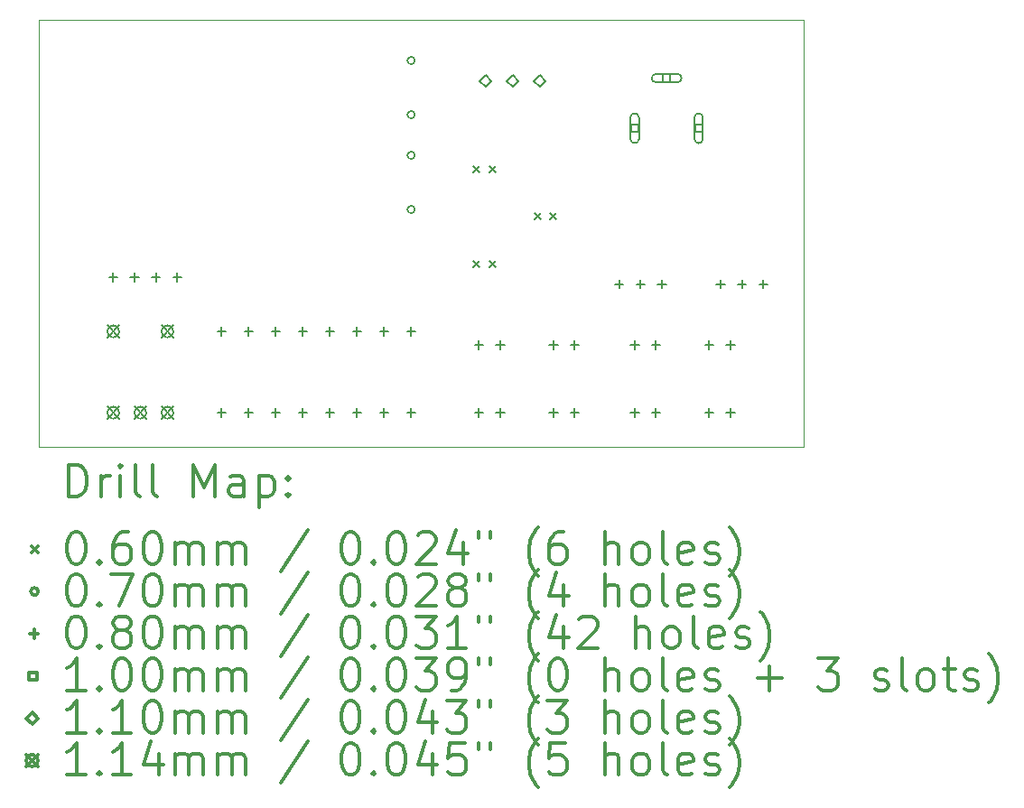
<source format=gbr>
%FSLAX45Y45*%
G04 Gerber Fmt 4.5, Leading zero omitted, Abs format (unit mm)*
G04 Created by KiCad (PCBNEW (5.1.5-0-10_14)) date 2020-05-21 11:54:05*
%MOMM*%
%LPD*%
G04 APERTURE LIST*
%TA.AperFunction,Profile*%
%ADD10C,0.100000*%
%TD*%
%ADD11C,0.200000*%
%ADD12C,0.300000*%
G04 APERTURE END LIST*
D10*
X10350500Y-7175500D02*
X10350500Y-3175000D01*
X3175000Y-3175000D02*
X3175000Y-3238500D01*
X10350500Y-3175000D02*
X3175000Y-3175000D01*
X3175000Y-7175500D02*
X10350500Y-7175500D01*
X3175000Y-3238500D02*
X3175000Y-7175500D01*
D11*
X7249500Y-4542000D02*
X7309500Y-4602000D01*
X7309500Y-4542000D02*
X7249500Y-4602000D01*
X7399500Y-4542000D02*
X7459500Y-4602000D01*
X7459500Y-4542000D02*
X7399500Y-4602000D01*
X7249500Y-5431000D02*
X7309500Y-5491000D01*
X7309500Y-5431000D02*
X7249500Y-5491000D01*
X7399500Y-5431000D02*
X7459500Y-5491000D01*
X7459500Y-5431000D02*
X7399500Y-5491000D01*
X7821000Y-4986500D02*
X7881000Y-5046500D01*
X7881000Y-4986500D02*
X7821000Y-5046500D01*
X7971000Y-4986500D02*
X8031000Y-5046500D01*
X8031000Y-4986500D02*
X7971000Y-5046500D01*
X6702500Y-4445000D02*
G75*
G03X6702500Y-4445000I-35000J0D01*
G01*
X6702500Y-4953000D02*
G75*
G03X6702500Y-4953000I-35000J0D01*
G01*
X6702500Y-3556000D02*
G75*
G03X6702500Y-3556000I-35000J0D01*
G01*
X6702500Y-4064000D02*
G75*
G03X6702500Y-4064000I-35000J0D01*
G01*
X8763000Y-6183000D02*
X8763000Y-6263000D01*
X8723000Y-6223000D02*
X8803000Y-6223000D01*
X8963000Y-6183000D02*
X8963000Y-6263000D01*
X8923000Y-6223000D02*
X9003000Y-6223000D01*
X8001000Y-6818000D02*
X8001000Y-6898000D01*
X7961000Y-6858000D02*
X8041000Y-6858000D01*
X8201000Y-6818000D02*
X8201000Y-6898000D01*
X8161000Y-6858000D02*
X8241000Y-6858000D01*
X9569500Y-5611500D02*
X9569500Y-5691500D01*
X9529500Y-5651500D02*
X9609500Y-5651500D01*
X9769500Y-5611500D02*
X9769500Y-5691500D01*
X9729500Y-5651500D02*
X9809500Y-5651500D01*
X9969500Y-5611500D02*
X9969500Y-5691500D01*
X9929500Y-5651500D02*
X10009500Y-5651500D01*
X9461500Y-6183000D02*
X9461500Y-6263000D01*
X9421500Y-6223000D02*
X9501500Y-6223000D01*
X9661500Y-6183000D02*
X9661500Y-6263000D01*
X9621500Y-6223000D02*
X9701500Y-6223000D01*
X7302500Y-6818000D02*
X7302500Y-6898000D01*
X7262500Y-6858000D02*
X7342500Y-6858000D01*
X7502500Y-6818000D02*
X7502500Y-6898000D01*
X7462500Y-6858000D02*
X7542500Y-6858000D01*
X4889500Y-6056000D02*
X4889500Y-6136000D01*
X4849500Y-6096000D02*
X4929500Y-6096000D01*
X4889500Y-6818000D02*
X4889500Y-6898000D01*
X4849500Y-6858000D02*
X4929500Y-6858000D01*
X5143500Y-6056000D02*
X5143500Y-6136000D01*
X5103500Y-6096000D02*
X5183500Y-6096000D01*
X5143500Y-6818000D02*
X5143500Y-6898000D01*
X5103500Y-6858000D02*
X5183500Y-6858000D01*
X5397500Y-6056000D02*
X5397500Y-6136000D01*
X5357500Y-6096000D02*
X5437500Y-6096000D01*
X5397500Y-6818000D02*
X5397500Y-6898000D01*
X5357500Y-6858000D02*
X5437500Y-6858000D01*
X5651500Y-6056000D02*
X5651500Y-6136000D01*
X5611500Y-6096000D02*
X5691500Y-6096000D01*
X5651500Y-6818000D02*
X5651500Y-6898000D01*
X5611500Y-6858000D02*
X5691500Y-6858000D01*
X5905500Y-6056000D02*
X5905500Y-6136000D01*
X5865500Y-6096000D02*
X5945500Y-6096000D01*
X5905500Y-6818000D02*
X5905500Y-6898000D01*
X5865500Y-6858000D02*
X5945500Y-6858000D01*
X6159500Y-6056000D02*
X6159500Y-6136000D01*
X6119500Y-6096000D02*
X6199500Y-6096000D01*
X6159500Y-6818000D02*
X6159500Y-6898000D01*
X6119500Y-6858000D02*
X6199500Y-6858000D01*
X6413500Y-6056000D02*
X6413500Y-6136000D01*
X6373500Y-6096000D02*
X6453500Y-6096000D01*
X6413500Y-6818000D02*
X6413500Y-6898000D01*
X6373500Y-6858000D02*
X6453500Y-6858000D01*
X6667500Y-6056000D02*
X6667500Y-6136000D01*
X6627500Y-6096000D02*
X6707500Y-6096000D01*
X6667500Y-6818000D02*
X6667500Y-6898000D01*
X6627500Y-6858000D02*
X6707500Y-6858000D01*
X8763000Y-6818000D02*
X8763000Y-6898000D01*
X8723000Y-6858000D02*
X8803000Y-6858000D01*
X8963000Y-6818000D02*
X8963000Y-6898000D01*
X8923000Y-6858000D02*
X9003000Y-6858000D01*
X3873500Y-5548000D02*
X3873500Y-5628000D01*
X3833500Y-5588000D02*
X3913500Y-5588000D01*
X4073500Y-5548000D02*
X4073500Y-5628000D01*
X4033500Y-5588000D02*
X4113500Y-5588000D01*
X4273500Y-5548000D02*
X4273500Y-5628000D01*
X4233500Y-5588000D02*
X4313500Y-5588000D01*
X4473500Y-5548000D02*
X4473500Y-5628000D01*
X4433500Y-5588000D02*
X4513500Y-5588000D01*
X7302500Y-6183000D02*
X7302500Y-6263000D01*
X7262500Y-6223000D02*
X7342500Y-6223000D01*
X7502500Y-6183000D02*
X7502500Y-6263000D01*
X7462500Y-6223000D02*
X7542500Y-6223000D01*
X8617000Y-5611500D02*
X8617000Y-5691500D01*
X8577000Y-5651500D02*
X8657000Y-5651500D01*
X8817000Y-5611500D02*
X8817000Y-5691500D01*
X8777000Y-5651500D02*
X8857000Y-5651500D01*
X9017000Y-5611500D02*
X9017000Y-5691500D01*
X8977000Y-5651500D02*
X9057000Y-5651500D01*
X9461500Y-6818000D02*
X9461500Y-6898000D01*
X9421500Y-6858000D02*
X9501500Y-6858000D01*
X9661500Y-6818000D02*
X9661500Y-6898000D01*
X9621500Y-6858000D02*
X9701500Y-6858000D01*
X8001000Y-6183000D02*
X8001000Y-6263000D01*
X7961000Y-6223000D02*
X8041000Y-6223000D01*
X8201000Y-6183000D02*
X8201000Y-6263000D01*
X8161000Y-6223000D02*
X8241000Y-6223000D01*
X8798356Y-4226356D02*
X8798356Y-4155644D01*
X8727644Y-4155644D01*
X8727644Y-4226356D01*
X8798356Y-4226356D01*
X8803000Y-4291000D02*
X8803000Y-4091000D01*
X8723000Y-4291000D02*
X8723000Y-4091000D01*
X8803000Y-4091000D02*
G75*
G03X8723000Y-4091000I-40000J0D01*
G01*
X8723000Y-4291000D02*
G75*
G03X8803000Y-4291000I40000J0D01*
G01*
X9098356Y-3756356D02*
X9098356Y-3685644D01*
X9027644Y-3685644D01*
X9027644Y-3756356D01*
X9098356Y-3756356D01*
X9163000Y-3681000D02*
X8963000Y-3681000D01*
X9163000Y-3761000D02*
X8963000Y-3761000D01*
X8963000Y-3681000D02*
G75*
G03X8963000Y-3761000I0J-40000D01*
G01*
X9163000Y-3761000D02*
G75*
G03X9163000Y-3681000I0J40000D01*
G01*
X9398356Y-4226356D02*
X9398356Y-4155644D01*
X9327644Y-4155644D01*
X9327644Y-4226356D01*
X9398356Y-4226356D01*
X9403000Y-4291000D02*
X9403000Y-4091000D01*
X9323000Y-4291000D02*
X9323000Y-4091000D01*
X9403000Y-4091000D02*
G75*
G03X9323000Y-4091000I-40000J0D01*
G01*
X9323000Y-4291000D02*
G75*
G03X9403000Y-4291000I40000J0D01*
G01*
X7366000Y-3801500D02*
X7421000Y-3746500D01*
X7366000Y-3691500D01*
X7311000Y-3746500D01*
X7366000Y-3801500D01*
X7620000Y-3801500D02*
X7675000Y-3746500D01*
X7620000Y-3691500D01*
X7565000Y-3746500D01*
X7620000Y-3801500D01*
X7874000Y-3801500D02*
X7929000Y-3746500D01*
X7874000Y-3691500D01*
X7819000Y-3746500D01*
X7874000Y-3801500D01*
X3816350Y-6038850D02*
X3930650Y-6153150D01*
X3930650Y-6038850D02*
X3816350Y-6153150D01*
X3930650Y-6096000D02*
G75*
G03X3930650Y-6096000I-57150J0D01*
G01*
X3816350Y-6800850D02*
X3930650Y-6915150D01*
X3930650Y-6800850D02*
X3816350Y-6915150D01*
X3930650Y-6858000D02*
G75*
G03X3930650Y-6858000I-57150J0D01*
G01*
X4070350Y-6800850D02*
X4184650Y-6915150D01*
X4184650Y-6800850D02*
X4070350Y-6915150D01*
X4184650Y-6858000D02*
G75*
G03X4184650Y-6858000I-57150J0D01*
G01*
X4324350Y-6038850D02*
X4438650Y-6153150D01*
X4438650Y-6038850D02*
X4324350Y-6153150D01*
X4438650Y-6096000D02*
G75*
G03X4438650Y-6096000I-57150J0D01*
G01*
X4324350Y-6800850D02*
X4438650Y-6915150D01*
X4438650Y-6800850D02*
X4324350Y-6915150D01*
X4438650Y-6858000D02*
G75*
G03X4438650Y-6858000I-57150J0D01*
G01*
D12*
X3456428Y-7646214D02*
X3456428Y-7346214D01*
X3527857Y-7346214D01*
X3570714Y-7360500D01*
X3599286Y-7389071D01*
X3613571Y-7417643D01*
X3627857Y-7474786D01*
X3627857Y-7517643D01*
X3613571Y-7574786D01*
X3599286Y-7603357D01*
X3570714Y-7631929D01*
X3527857Y-7646214D01*
X3456428Y-7646214D01*
X3756428Y-7646214D02*
X3756428Y-7446214D01*
X3756428Y-7503357D02*
X3770714Y-7474786D01*
X3785000Y-7460500D01*
X3813571Y-7446214D01*
X3842143Y-7446214D01*
X3942143Y-7646214D02*
X3942143Y-7446214D01*
X3942143Y-7346214D02*
X3927857Y-7360500D01*
X3942143Y-7374786D01*
X3956428Y-7360500D01*
X3942143Y-7346214D01*
X3942143Y-7374786D01*
X4127857Y-7646214D02*
X4099286Y-7631929D01*
X4085000Y-7603357D01*
X4085000Y-7346214D01*
X4285000Y-7646214D02*
X4256428Y-7631929D01*
X4242143Y-7603357D01*
X4242143Y-7346214D01*
X4627857Y-7646214D02*
X4627857Y-7346214D01*
X4727857Y-7560500D01*
X4827857Y-7346214D01*
X4827857Y-7646214D01*
X5099286Y-7646214D02*
X5099286Y-7489071D01*
X5085000Y-7460500D01*
X5056428Y-7446214D01*
X4999286Y-7446214D01*
X4970714Y-7460500D01*
X5099286Y-7631929D02*
X5070714Y-7646214D01*
X4999286Y-7646214D01*
X4970714Y-7631929D01*
X4956428Y-7603357D01*
X4956428Y-7574786D01*
X4970714Y-7546214D01*
X4999286Y-7531929D01*
X5070714Y-7531929D01*
X5099286Y-7517643D01*
X5242143Y-7446214D02*
X5242143Y-7746214D01*
X5242143Y-7460500D02*
X5270714Y-7446214D01*
X5327857Y-7446214D01*
X5356428Y-7460500D01*
X5370714Y-7474786D01*
X5385000Y-7503357D01*
X5385000Y-7589071D01*
X5370714Y-7617643D01*
X5356428Y-7631929D01*
X5327857Y-7646214D01*
X5270714Y-7646214D01*
X5242143Y-7631929D01*
X5513571Y-7617643D02*
X5527857Y-7631929D01*
X5513571Y-7646214D01*
X5499286Y-7631929D01*
X5513571Y-7617643D01*
X5513571Y-7646214D01*
X5513571Y-7460500D02*
X5527857Y-7474786D01*
X5513571Y-7489071D01*
X5499286Y-7474786D01*
X5513571Y-7460500D01*
X5513571Y-7489071D01*
X3110000Y-8110500D02*
X3170000Y-8170500D01*
X3170000Y-8110500D02*
X3110000Y-8170500D01*
X3513571Y-7976214D02*
X3542143Y-7976214D01*
X3570714Y-7990500D01*
X3585000Y-8004786D01*
X3599286Y-8033357D01*
X3613571Y-8090500D01*
X3613571Y-8161929D01*
X3599286Y-8219071D01*
X3585000Y-8247643D01*
X3570714Y-8261929D01*
X3542143Y-8276214D01*
X3513571Y-8276214D01*
X3485000Y-8261929D01*
X3470714Y-8247643D01*
X3456428Y-8219071D01*
X3442143Y-8161929D01*
X3442143Y-8090500D01*
X3456428Y-8033357D01*
X3470714Y-8004786D01*
X3485000Y-7990500D01*
X3513571Y-7976214D01*
X3742143Y-8247643D02*
X3756428Y-8261929D01*
X3742143Y-8276214D01*
X3727857Y-8261929D01*
X3742143Y-8247643D01*
X3742143Y-8276214D01*
X4013571Y-7976214D02*
X3956428Y-7976214D01*
X3927857Y-7990500D01*
X3913571Y-8004786D01*
X3885000Y-8047643D01*
X3870714Y-8104786D01*
X3870714Y-8219071D01*
X3885000Y-8247643D01*
X3899286Y-8261929D01*
X3927857Y-8276214D01*
X3985000Y-8276214D01*
X4013571Y-8261929D01*
X4027857Y-8247643D01*
X4042143Y-8219071D01*
X4042143Y-8147643D01*
X4027857Y-8119071D01*
X4013571Y-8104786D01*
X3985000Y-8090500D01*
X3927857Y-8090500D01*
X3899286Y-8104786D01*
X3885000Y-8119071D01*
X3870714Y-8147643D01*
X4227857Y-7976214D02*
X4256428Y-7976214D01*
X4285000Y-7990500D01*
X4299286Y-8004786D01*
X4313571Y-8033357D01*
X4327857Y-8090500D01*
X4327857Y-8161929D01*
X4313571Y-8219071D01*
X4299286Y-8247643D01*
X4285000Y-8261929D01*
X4256428Y-8276214D01*
X4227857Y-8276214D01*
X4199286Y-8261929D01*
X4185000Y-8247643D01*
X4170714Y-8219071D01*
X4156428Y-8161929D01*
X4156428Y-8090500D01*
X4170714Y-8033357D01*
X4185000Y-8004786D01*
X4199286Y-7990500D01*
X4227857Y-7976214D01*
X4456428Y-8276214D02*
X4456428Y-8076214D01*
X4456428Y-8104786D02*
X4470714Y-8090500D01*
X4499286Y-8076214D01*
X4542143Y-8076214D01*
X4570714Y-8090500D01*
X4585000Y-8119071D01*
X4585000Y-8276214D01*
X4585000Y-8119071D02*
X4599286Y-8090500D01*
X4627857Y-8076214D01*
X4670714Y-8076214D01*
X4699286Y-8090500D01*
X4713571Y-8119071D01*
X4713571Y-8276214D01*
X4856428Y-8276214D02*
X4856428Y-8076214D01*
X4856428Y-8104786D02*
X4870714Y-8090500D01*
X4899286Y-8076214D01*
X4942143Y-8076214D01*
X4970714Y-8090500D01*
X4985000Y-8119071D01*
X4985000Y-8276214D01*
X4985000Y-8119071D02*
X4999286Y-8090500D01*
X5027857Y-8076214D01*
X5070714Y-8076214D01*
X5099286Y-8090500D01*
X5113571Y-8119071D01*
X5113571Y-8276214D01*
X5699286Y-7961929D02*
X5442143Y-8347643D01*
X6085000Y-7976214D02*
X6113571Y-7976214D01*
X6142143Y-7990500D01*
X6156428Y-8004786D01*
X6170714Y-8033357D01*
X6185000Y-8090500D01*
X6185000Y-8161929D01*
X6170714Y-8219071D01*
X6156428Y-8247643D01*
X6142143Y-8261929D01*
X6113571Y-8276214D01*
X6085000Y-8276214D01*
X6056428Y-8261929D01*
X6042143Y-8247643D01*
X6027857Y-8219071D01*
X6013571Y-8161929D01*
X6013571Y-8090500D01*
X6027857Y-8033357D01*
X6042143Y-8004786D01*
X6056428Y-7990500D01*
X6085000Y-7976214D01*
X6313571Y-8247643D02*
X6327857Y-8261929D01*
X6313571Y-8276214D01*
X6299286Y-8261929D01*
X6313571Y-8247643D01*
X6313571Y-8276214D01*
X6513571Y-7976214D02*
X6542143Y-7976214D01*
X6570714Y-7990500D01*
X6585000Y-8004786D01*
X6599286Y-8033357D01*
X6613571Y-8090500D01*
X6613571Y-8161929D01*
X6599286Y-8219071D01*
X6585000Y-8247643D01*
X6570714Y-8261929D01*
X6542143Y-8276214D01*
X6513571Y-8276214D01*
X6485000Y-8261929D01*
X6470714Y-8247643D01*
X6456428Y-8219071D01*
X6442143Y-8161929D01*
X6442143Y-8090500D01*
X6456428Y-8033357D01*
X6470714Y-8004786D01*
X6485000Y-7990500D01*
X6513571Y-7976214D01*
X6727857Y-8004786D02*
X6742143Y-7990500D01*
X6770714Y-7976214D01*
X6842143Y-7976214D01*
X6870714Y-7990500D01*
X6885000Y-8004786D01*
X6899286Y-8033357D01*
X6899286Y-8061929D01*
X6885000Y-8104786D01*
X6713571Y-8276214D01*
X6899286Y-8276214D01*
X7156428Y-8076214D02*
X7156428Y-8276214D01*
X7085000Y-7961929D02*
X7013571Y-8176214D01*
X7199286Y-8176214D01*
X7299286Y-7976214D02*
X7299286Y-8033357D01*
X7413571Y-7976214D02*
X7413571Y-8033357D01*
X7856428Y-8390500D02*
X7842143Y-8376214D01*
X7813571Y-8333357D01*
X7799286Y-8304786D01*
X7785000Y-8261929D01*
X7770714Y-8190500D01*
X7770714Y-8133357D01*
X7785000Y-8061929D01*
X7799286Y-8019071D01*
X7813571Y-7990500D01*
X7842143Y-7947643D01*
X7856428Y-7933357D01*
X8099286Y-7976214D02*
X8042143Y-7976214D01*
X8013571Y-7990500D01*
X7999286Y-8004786D01*
X7970714Y-8047643D01*
X7956428Y-8104786D01*
X7956428Y-8219071D01*
X7970714Y-8247643D01*
X7985000Y-8261929D01*
X8013571Y-8276214D01*
X8070714Y-8276214D01*
X8099286Y-8261929D01*
X8113571Y-8247643D01*
X8127857Y-8219071D01*
X8127857Y-8147643D01*
X8113571Y-8119071D01*
X8099286Y-8104786D01*
X8070714Y-8090500D01*
X8013571Y-8090500D01*
X7985000Y-8104786D01*
X7970714Y-8119071D01*
X7956428Y-8147643D01*
X8485000Y-8276214D02*
X8485000Y-7976214D01*
X8613571Y-8276214D02*
X8613571Y-8119071D01*
X8599286Y-8090500D01*
X8570714Y-8076214D01*
X8527857Y-8076214D01*
X8499286Y-8090500D01*
X8485000Y-8104786D01*
X8799286Y-8276214D02*
X8770714Y-8261929D01*
X8756428Y-8247643D01*
X8742143Y-8219071D01*
X8742143Y-8133357D01*
X8756428Y-8104786D01*
X8770714Y-8090500D01*
X8799286Y-8076214D01*
X8842143Y-8076214D01*
X8870714Y-8090500D01*
X8885000Y-8104786D01*
X8899286Y-8133357D01*
X8899286Y-8219071D01*
X8885000Y-8247643D01*
X8870714Y-8261929D01*
X8842143Y-8276214D01*
X8799286Y-8276214D01*
X9070714Y-8276214D02*
X9042143Y-8261929D01*
X9027857Y-8233357D01*
X9027857Y-7976214D01*
X9299286Y-8261929D02*
X9270714Y-8276214D01*
X9213571Y-8276214D01*
X9185000Y-8261929D01*
X9170714Y-8233357D01*
X9170714Y-8119071D01*
X9185000Y-8090500D01*
X9213571Y-8076214D01*
X9270714Y-8076214D01*
X9299286Y-8090500D01*
X9313571Y-8119071D01*
X9313571Y-8147643D01*
X9170714Y-8176214D01*
X9427857Y-8261929D02*
X9456428Y-8276214D01*
X9513571Y-8276214D01*
X9542143Y-8261929D01*
X9556428Y-8233357D01*
X9556428Y-8219071D01*
X9542143Y-8190500D01*
X9513571Y-8176214D01*
X9470714Y-8176214D01*
X9442143Y-8161929D01*
X9427857Y-8133357D01*
X9427857Y-8119071D01*
X9442143Y-8090500D01*
X9470714Y-8076214D01*
X9513571Y-8076214D01*
X9542143Y-8090500D01*
X9656428Y-8390500D02*
X9670714Y-8376214D01*
X9699286Y-8333357D01*
X9713571Y-8304786D01*
X9727857Y-8261929D01*
X9742143Y-8190500D01*
X9742143Y-8133357D01*
X9727857Y-8061929D01*
X9713571Y-8019071D01*
X9699286Y-7990500D01*
X9670714Y-7947643D01*
X9656428Y-7933357D01*
X3170000Y-8536500D02*
G75*
G03X3170000Y-8536500I-35000J0D01*
G01*
X3513571Y-8372214D02*
X3542143Y-8372214D01*
X3570714Y-8386500D01*
X3585000Y-8400786D01*
X3599286Y-8429357D01*
X3613571Y-8486500D01*
X3613571Y-8557929D01*
X3599286Y-8615072D01*
X3585000Y-8643643D01*
X3570714Y-8657929D01*
X3542143Y-8672214D01*
X3513571Y-8672214D01*
X3485000Y-8657929D01*
X3470714Y-8643643D01*
X3456428Y-8615072D01*
X3442143Y-8557929D01*
X3442143Y-8486500D01*
X3456428Y-8429357D01*
X3470714Y-8400786D01*
X3485000Y-8386500D01*
X3513571Y-8372214D01*
X3742143Y-8643643D02*
X3756428Y-8657929D01*
X3742143Y-8672214D01*
X3727857Y-8657929D01*
X3742143Y-8643643D01*
X3742143Y-8672214D01*
X3856428Y-8372214D02*
X4056428Y-8372214D01*
X3927857Y-8672214D01*
X4227857Y-8372214D02*
X4256428Y-8372214D01*
X4285000Y-8386500D01*
X4299286Y-8400786D01*
X4313571Y-8429357D01*
X4327857Y-8486500D01*
X4327857Y-8557929D01*
X4313571Y-8615072D01*
X4299286Y-8643643D01*
X4285000Y-8657929D01*
X4256428Y-8672214D01*
X4227857Y-8672214D01*
X4199286Y-8657929D01*
X4185000Y-8643643D01*
X4170714Y-8615072D01*
X4156428Y-8557929D01*
X4156428Y-8486500D01*
X4170714Y-8429357D01*
X4185000Y-8400786D01*
X4199286Y-8386500D01*
X4227857Y-8372214D01*
X4456428Y-8672214D02*
X4456428Y-8472214D01*
X4456428Y-8500786D02*
X4470714Y-8486500D01*
X4499286Y-8472214D01*
X4542143Y-8472214D01*
X4570714Y-8486500D01*
X4585000Y-8515072D01*
X4585000Y-8672214D01*
X4585000Y-8515072D02*
X4599286Y-8486500D01*
X4627857Y-8472214D01*
X4670714Y-8472214D01*
X4699286Y-8486500D01*
X4713571Y-8515072D01*
X4713571Y-8672214D01*
X4856428Y-8672214D02*
X4856428Y-8472214D01*
X4856428Y-8500786D02*
X4870714Y-8486500D01*
X4899286Y-8472214D01*
X4942143Y-8472214D01*
X4970714Y-8486500D01*
X4985000Y-8515072D01*
X4985000Y-8672214D01*
X4985000Y-8515072D02*
X4999286Y-8486500D01*
X5027857Y-8472214D01*
X5070714Y-8472214D01*
X5099286Y-8486500D01*
X5113571Y-8515072D01*
X5113571Y-8672214D01*
X5699286Y-8357929D02*
X5442143Y-8743643D01*
X6085000Y-8372214D02*
X6113571Y-8372214D01*
X6142143Y-8386500D01*
X6156428Y-8400786D01*
X6170714Y-8429357D01*
X6185000Y-8486500D01*
X6185000Y-8557929D01*
X6170714Y-8615072D01*
X6156428Y-8643643D01*
X6142143Y-8657929D01*
X6113571Y-8672214D01*
X6085000Y-8672214D01*
X6056428Y-8657929D01*
X6042143Y-8643643D01*
X6027857Y-8615072D01*
X6013571Y-8557929D01*
X6013571Y-8486500D01*
X6027857Y-8429357D01*
X6042143Y-8400786D01*
X6056428Y-8386500D01*
X6085000Y-8372214D01*
X6313571Y-8643643D02*
X6327857Y-8657929D01*
X6313571Y-8672214D01*
X6299286Y-8657929D01*
X6313571Y-8643643D01*
X6313571Y-8672214D01*
X6513571Y-8372214D02*
X6542143Y-8372214D01*
X6570714Y-8386500D01*
X6585000Y-8400786D01*
X6599286Y-8429357D01*
X6613571Y-8486500D01*
X6613571Y-8557929D01*
X6599286Y-8615072D01*
X6585000Y-8643643D01*
X6570714Y-8657929D01*
X6542143Y-8672214D01*
X6513571Y-8672214D01*
X6485000Y-8657929D01*
X6470714Y-8643643D01*
X6456428Y-8615072D01*
X6442143Y-8557929D01*
X6442143Y-8486500D01*
X6456428Y-8429357D01*
X6470714Y-8400786D01*
X6485000Y-8386500D01*
X6513571Y-8372214D01*
X6727857Y-8400786D02*
X6742143Y-8386500D01*
X6770714Y-8372214D01*
X6842143Y-8372214D01*
X6870714Y-8386500D01*
X6885000Y-8400786D01*
X6899286Y-8429357D01*
X6899286Y-8457929D01*
X6885000Y-8500786D01*
X6713571Y-8672214D01*
X6899286Y-8672214D01*
X7070714Y-8500786D02*
X7042143Y-8486500D01*
X7027857Y-8472214D01*
X7013571Y-8443643D01*
X7013571Y-8429357D01*
X7027857Y-8400786D01*
X7042143Y-8386500D01*
X7070714Y-8372214D01*
X7127857Y-8372214D01*
X7156428Y-8386500D01*
X7170714Y-8400786D01*
X7185000Y-8429357D01*
X7185000Y-8443643D01*
X7170714Y-8472214D01*
X7156428Y-8486500D01*
X7127857Y-8500786D01*
X7070714Y-8500786D01*
X7042143Y-8515072D01*
X7027857Y-8529357D01*
X7013571Y-8557929D01*
X7013571Y-8615072D01*
X7027857Y-8643643D01*
X7042143Y-8657929D01*
X7070714Y-8672214D01*
X7127857Y-8672214D01*
X7156428Y-8657929D01*
X7170714Y-8643643D01*
X7185000Y-8615072D01*
X7185000Y-8557929D01*
X7170714Y-8529357D01*
X7156428Y-8515072D01*
X7127857Y-8500786D01*
X7299286Y-8372214D02*
X7299286Y-8429357D01*
X7413571Y-8372214D02*
X7413571Y-8429357D01*
X7856428Y-8786500D02*
X7842143Y-8772214D01*
X7813571Y-8729357D01*
X7799286Y-8700786D01*
X7785000Y-8657929D01*
X7770714Y-8586500D01*
X7770714Y-8529357D01*
X7785000Y-8457929D01*
X7799286Y-8415072D01*
X7813571Y-8386500D01*
X7842143Y-8343643D01*
X7856428Y-8329357D01*
X8099286Y-8472214D02*
X8099286Y-8672214D01*
X8027857Y-8357929D02*
X7956428Y-8572214D01*
X8142143Y-8572214D01*
X8485000Y-8672214D02*
X8485000Y-8372214D01*
X8613571Y-8672214D02*
X8613571Y-8515072D01*
X8599286Y-8486500D01*
X8570714Y-8472214D01*
X8527857Y-8472214D01*
X8499286Y-8486500D01*
X8485000Y-8500786D01*
X8799286Y-8672214D02*
X8770714Y-8657929D01*
X8756428Y-8643643D01*
X8742143Y-8615072D01*
X8742143Y-8529357D01*
X8756428Y-8500786D01*
X8770714Y-8486500D01*
X8799286Y-8472214D01*
X8842143Y-8472214D01*
X8870714Y-8486500D01*
X8885000Y-8500786D01*
X8899286Y-8529357D01*
X8899286Y-8615072D01*
X8885000Y-8643643D01*
X8870714Y-8657929D01*
X8842143Y-8672214D01*
X8799286Y-8672214D01*
X9070714Y-8672214D02*
X9042143Y-8657929D01*
X9027857Y-8629357D01*
X9027857Y-8372214D01*
X9299286Y-8657929D02*
X9270714Y-8672214D01*
X9213571Y-8672214D01*
X9185000Y-8657929D01*
X9170714Y-8629357D01*
X9170714Y-8515072D01*
X9185000Y-8486500D01*
X9213571Y-8472214D01*
X9270714Y-8472214D01*
X9299286Y-8486500D01*
X9313571Y-8515072D01*
X9313571Y-8543643D01*
X9170714Y-8572214D01*
X9427857Y-8657929D02*
X9456428Y-8672214D01*
X9513571Y-8672214D01*
X9542143Y-8657929D01*
X9556428Y-8629357D01*
X9556428Y-8615072D01*
X9542143Y-8586500D01*
X9513571Y-8572214D01*
X9470714Y-8572214D01*
X9442143Y-8557929D01*
X9427857Y-8529357D01*
X9427857Y-8515072D01*
X9442143Y-8486500D01*
X9470714Y-8472214D01*
X9513571Y-8472214D01*
X9542143Y-8486500D01*
X9656428Y-8786500D02*
X9670714Y-8772214D01*
X9699286Y-8729357D01*
X9713571Y-8700786D01*
X9727857Y-8657929D01*
X9742143Y-8586500D01*
X9742143Y-8529357D01*
X9727857Y-8457929D01*
X9713571Y-8415072D01*
X9699286Y-8386500D01*
X9670714Y-8343643D01*
X9656428Y-8329357D01*
X3130000Y-8892500D02*
X3130000Y-8972500D01*
X3090000Y-8932500D02*
X3170000Y-8932500D01*
X3513571Y-8768214D02*
X3542143Y-8768214D01*
X3570714Y-8782500D01*
X3585000Y-8796786D01*
X3599286Y-8825357D01*
X3613571Y-8882500D01*
X3613571Y-8953929D01*
X3599286Y-9011072D01*
X3585000Y-9039643D01*
X3570714Y-9053929D01*
X3542143Y-9068214D01*
X3513571Y-9068214D01*
X3485000Y-9053929D01*
X3470714Y-9039643D01*
X3456428Y-9011072D01*
X3442143Y-8953929D01*
X3442143Y-8882500D01*
X3456428Y-8825357D01*
X3470714Y-8796786D01*
X3485000Y-8782500D01*
X3513571Y-8768214D01*
X3742143Y-9039643D02*
X3756428Y-9053929D01*
X3742143Y-9068214D01*
X3727857Y-9053929D01*
X3742143Y-9039643D01*
X3742143Y-9068214D01*
X3927857Y-8896786D02*
X3899286Y-8882500D01*
X3885000Y-8868214D01*
X3870714Y-8839643D01*
X3870714Y-8825357D01*
X3885000Y-8796786D01*
X3899286Y-8782500D01*
X3927857Y-8768214D01*
X3985000Y-8768214D01*
X4013571Y-8782500D01*
X4027857Y-8796786D01*
X4042143Y-8825357D01*
X4042143Y-8839643D01*
X4027857Y-8868214D01*
X4013571Y-8882500D01*
X3985000Y-8896786D01*
X3927857Y-8896786D01*
X3899286Y-8911072D01*
X3885000Y-8925357D01*
X3870714Y-8953929D01*
X3870714Y-9011072D01*
X3885000Y-9039643D01*
X3899286Y-9053929D01*
X3927857Y-9068214D01*
X3985000Y-9068214D01*
X4013571Y-9053929D01*
X4027857Y-9039643D01*
X4042143Y-9011072D01*
X4042143Y-8953929D01*
X4027857Y-8925357D01*
X4013571Y-8911072D01*
X3985000Y-8896786D01*
X4227857Y-8768214D02*
X4256428Y-8768214D01*
X4285000Y-8782500D01*
X4299286Y-8796786D01*
X4313571Y-8825357D01*
X4327857Y-8882500D01*
X4327857Y-8953929D01*
X4313571Y-9011072D01*
X4299286Y-9039643D01*
X4285000Y-9053929D01*
X4256428Y-9068214D01*
X4227857Y-9068214D01*
X4199286Y-9053929D01*
X4185000Y-9039643D01*
X4170714Y-9011072D01*
X4156428Y-8953929D01*
X4156428Y-8882500D01*
X4170714Y-8825357D01*
X4185000Y-8796786D01*
X4199286Y-8782500D01*
X4227857Y-8768214D01*
X4456428Y-9068214D02*
X4456428Y-8868214D01*
X4456428Y-8896786D02*
X4470714Y-8882500D01*
X4499286Y-8868214D01*
X4542143Y-8868214D01*
X4570714Y-8882500D01*
X4585000Y-8911072D01*
X4585000Y-9068214D01*
X4585000Y-8911072D02*
X4599286Y-8882500D01*
X4627857Y-8868214D01*
X4670714Y-8868214D01*
X4699286Y-8882500D01*
X4713571Y-8911072D01*
X4713571Y-9068214D01*
X4856428Y-9068214D02*
X4856428Y-8868214D01*
X4856428Y-8896786D02*
X4870714Y-8882500D01*
X4899286Y-8868214D01*
X4942143Y-8868214D01*
X4970714Y-8882500D01*
X4985000Y-8911072D01*
X4985000Y-9068214D01*
X4985000Y-8911072D02*
X4999286Y-8882500D01*
X5027857Y-8868214D01*
X5070714Y-8868214D01*
X5099286Y-8882500D01*
X5113571Y-8911072D01*
X5113571Y-9068214D01*
X5699286Y-8753929D02*
X5442143Y-9139643D01*
X6085000Y-8768214D02*
X6113571Y-8768214D01*
X6142143Y-8782500D01*
X6156428Y-8796786D01*
X6170714Y-8825357D01*
X6185000Y-8882500D01*
X6185000Y-8953929D01*
X6170714Y-9011072D01*
X6156428Y-9039643D01*
X6142143Y-9053929D01*
X6113571Y-9068214D01*
X6085000Y-9068214D01*
X6056428Y-9053929D01*
X6042143Y-9039643D01*
X6027857Y-9011072D01*
X6013571Y-8953929D01*
X6013571Y-8882500D01*
X6027857Y-8825357D01*
X6042143Y-8796786D01*
X6056428Y-8782500D01*
X6085000Y-8768214D01*
X6313571Y-9039643D02*
X6327857Y-9053929D01*
X6313571Y-9068214D01*
X6299286Y-9053929D01*
X6313571Y-9039643D01*
X6313571Y-9068214D01*
X6513571Y-8768214D02*
X6542143Y-8768214D01*
X6570714Y-8782500D01*
X6585000Y-8796786D01*
X6599286Y-8825357D01*
X6613571Y-8882500D01*
X6613571Y-8953929D01*
X6599286Y-9011072D01*
X6585000Y-9039643D01*
X6570714Y-9053929D01*
X6542143Y-9068214D01*
X6513571Y-9068214D01*
X6485000Y-9053929D01*
X6470714Y-9039643D01*
X6456428Y-9011072D01*
X6442143Y-8953929D01*
X6442143Y-8882500D01*
X6456428Y-8825357D01*
X6470714Y-8796786D01*
X6485000Y-8782500D01*
X6513571Y-8768214D01*
X6713571Y-8768214D02*
X6899286Y-8768214D01*
X6799286Y-8882500D01*
X6842143Y-8882500D01*
X6870714Y-8896786D01*
X6885000Y-8911072D01*
X6899286Y-8939643D01*
X6899286Y-9011072D01*
X6885000Y-9039643D01*
X6870714Y-9053929D01*
X6842143Y-9068214D01*
X6756428Y-9068214D01*
X6727857Y-9053929D01*
X6713571Y-9039643D01*
X7185000Y-9068214D02*
X7013571Y-9068214D01*
X7099286Y-9068214D02*
X7099286Y-8768214D01*
X7070714Y-8811072D01*
X7042143Y-8839643D01*
X7013571Y-8853929D01*
X7299286Y-8768214D02*
X7299286Y-8825357D01*
X7413571Y-8768214D02*
X7413571Y-8825357D01*
X7856428Y-9182500D02*
X7842143Y-9168214D01*
X7813571Y-9125357D01*
X7799286Y-9096786D01*
X7785000Y-9053929D01*
X7770714Y-8982500D01*
X7770714Y-8925357D01*
X7785000Y-8853929D01*
X7799286Y-8811072D01*
X7813571Y-8782500D01*
X7842143Y-8739643D01*
X7856428Y-8725357D01*
X8099286Y-8868214D02*
X8099286Y-9068214D01*
X8027857Y-8753929D02*
X7956428Y-8968214D01*
X8142143Y-8968214D01*
X8242143Y-8796786D02*
X8256428Y-8782500D01*
X8285000Y-8768214D01*
X8356428Y-8768214D01*
X8385000Y-8782500D01*
X8399286Y-8796786D01*
X8413571Y-8825357D01*
X8413571Y-8853929D01*
X8399286Y-8896786D01*
X8227857Y-9068214D01*
X8413571Y-9068214D01*
X8770714Y-9068214D02*
X8770714Y-8768214D01*
X8899286Y-9068214D02*
X8899286Y-8911072D01*
X8885000Y-8882500D01*
X8856428Y-8868214D01*
X8813571Y-8868214D01*
X8785000Y-8882500D01*
X8770714Y-8896786D01*
X9085000Y-9068214D02*
X9056428Y-9053929D01*
X9042143Y-9039643D01*
X9027857Y-9011072D01*
X9027857Y-8925357D01*
X9042143Y-8896786D01*
X9056428Y-8882500D01*
X9085000Y-8868214D01*
X9127857Y-8868214D01*
X9156428Y-8882500D01*
X9170714Y-8896786D01*
X9185000Y-8925357D01*
X9185000Y-9011072D01*
X9170714Y-9039643D01*
X9156428Y-9053929D01*
X9127857Y-9068214D01*
X9085000Y-9068214D01*
X9356428Y-9068214D02*
X9327857Y-9053929D01*
X9313571Y-9025357D01*
X9313571Y-8768214D01*
X9585000Y-9053929D02*
X9556428Y-9068214D01*
X9499286Y-9068214D01*
X9470714Y-9053929D01*
X9456428Y-9025357D01*
X9456428Y-8911072D01*
X9470714Y-8882500D01*
X9499286Y-8868214D01*
X9556428Y-8868214D01*
X9585000Y-8882500D01*
X9599286Y-8911072D01*
X9599286Y-8939643D01*
X9456428Y-8968214D01*
X9713571Y-9053929D02*
X9742143Y-9068214D01*
X9799286Y-9068214D01*
X9827857Y-9053929D01*
X9842143Y-9025357D01*
X9842143Y-9011072D01*
X9827857Y-8982500D01*
X9799286Y-8968214D01*
X9756428Y-8968214D01*
X9727857Y-8953929D01*
X9713571Y-8925357D01*
X9713571Y-8911072D01*
X9727857Y-8882500D01*
X9756428Y-8868214D01*
X9799286Y-8868214D01*
X9827857Y-8882500D01*
X9942143Y-9182500D02*
X9956428Y-9168214D01*
X9985000Y-9125357D01*
X9999286Y-9096786D01*
X10013571Y-9053929D01*
X10027857Y-8982500D01*
X10027857Y-8925357D01*
X10013571Y-8853929D01*
X9999286Y-8811072D01*
X9985000Y-8782500D01*
X9956428Y-8739643D01*
X9942143Y-8725357D01*
X3155356Y-9363856D02*
X3155356Y-9293144D01*
X3084644Y-9293144D01*
X3084644Y-9363856D01*
X3155356Y-9363856D01*
X3613571Y-9464214D02*
X3442143Y-9464214D01*
X3527857Y-9464214D02*
X3527857Y-9164214D01*
X3499286Y-9207072D01*
X3470714Y-9235643D01*
X3442143Y-9249929D01*
X3742143Y-9435643D02*
X3756428Y-9449929D01*
X3742143Y-9464214D01*
X3727857Y-9449929D01*
X3742143Y-9435643D01*
X3742143Y-9464214D01*
X3942143Y-9164214D02*
X3970714Y-9164214D01*
X3999286Y-9178500D01*
X4013571Y-9192786D01*
X4027857Y-9221357D01*
X4042143Y-9278500D01*
X4042143Y-9349929D01*
X4027857Y-9407072D01*
X4013571Y-9435643D01*
X3999286Y-9449929D01*
X3970714Y-9464214D01*
X3942143Y-9464214D01*
X3913571Y-9449929D01*
X3899286Y-9435643D01*
X3885000Y-9407072D01*
X3870714Y-9349929D01*
X3870714Y-9278500D01*
X3885000Y-9221357D01*
X3899286Y-9192786D01*
X3913571Y-9178500D01*
X3942143Y-9164214D01*
X4227857Y-9164214D02*
X4256428Y-9164214D01*
X4285000Y-9178500D01*
X4299286Y-9192786D01*
X4313571Y-9221357D01*
X4327857Y-9278500D01*
X4327857Y-9349929D01*
X4313571Y-9407072D01*
X4299286Y-9435643D01*
X4285000Y-9449929D01*
X4256428Y-9464214D01*
X4227857Y-9464214D01*
X4199286Y-9449929D01*
X4185000Y-9435643D01*
X4170714Y-9407072D01*
X4156428Y-9349929D01*
X4156428Y-9278500D01*
X4170714Y-9221357D01*
X4185000Y-9192786D01*
X4199286Y-9178500D01*
X4227857Y-9164214D01*
X4456428Y-9464214D02*
X4456428Y-9264214D01*
X4456428Y-9292786D02*
X4470714Y-9278500D01*
X4499286Y-9264214D01*
X4542143Y-9264214D01*
X4570714Y-9278500D01*
X4585000Y-9307072D01*
X4585000Y-9464214D01*
X4585000Y-9307072D02*
X4599286Y-9278500D01*
X4627857Y-9264214D01*
X4670714Y-9264214D01*
X4699286Y-9278500D01*
X4713571Y-9307072D01*
X4713571Y-9464214D01*
X4856428Y-9464214D02*
X4856428Y-9264214D01*
X4856428Y-9292786D02*
X4870714Y-9278500D01*
X4899286Y-9264214D01*
X4942143Y-9264214D01*
X4970714Y-9278500D01*
X4985000Y-9307072D01*
X4985000Y-9464214D01*
X4985000Y-9307072D02*
X4999286Y-9278500D01*
X5027857Y-9264214D01*
X5070714Y-9264214D01*
X5099286Y-9278500D01*
X5113571Y-9307072D01*
X5113571Y-9464214D01*
X5699286Y-9149929D02*
X5442143Y-9535643D01*
X6085000Y-9164214D02*
X6113571Y-9164214D01*
X6142143Y-9178500D01*
X6156428Y-9192786D01*
X6170714Y-9221357D01*
X6185000Y-9278500D01*
X6185000Y-9349929D01*
X6170714Y-9407072D01*
X6156428Y-9435643D01*
X6142143Y-9449929D01*
X6113571Y-9464214D01*
X6085000Y-9464214D01*
X6056428Y-9449929D01*
X6042143Y-9435643D01*
X6027857Y-9407072D01*
X6013571Y-9349929D01*
X6013571Y-9278500D01*
X6027857Y-9221357D01*
X6042143Y-9192786D01*
X6056428Y-9178500D01*
X6085000Y-9164214D01*
X6313571Y-9435643D02*
X6327857Y-9449929D01*
X6313571Y-9464214D01*
X6299286Y-9449929D01*
X6313571Y-9435643D01*
X6313571Y-9464214D01*
X6513571Y-9164214D02*
X6542143Y-9164214D01*
X6570714Y-9178500D01*
X6585000Y-9192786D01*
X6599286Y-9221357D01*
X6613571Y-9278500D01*
X6613571Y-9349929D01*
X6599286Y-9407072D01*
X6585000Y-9435643D01*
X6570714Y-9449929D01*
X6542143Y-9464214D01*
X6513571Y-9464214D01*
X6485000Y-9449929D01*
X6470714Y-9435643D01*
X6456428Y-9407072D01*
X6442143Y-9349929D01*
X6442143Y-9278500D01*
X6456428Y-9221357D01*
X6470714Y-9192786D01*
X6485000Y-9178500D01*
X6513571Y-9164214D01*
X6713571Y-9164214D02*
X6899286Y-9164214D01*
X6799286Y-9278500D01*
X6842143Y-9278500D01*
X6870714Y-9292786D01*
X6885000Y-9307072D01*
X6899286Y-9335643D01*
X6899286Y-9407072D01*
X6885000Y-9435643D01*
X6870714Y-9449929D01*
X6842143Y-9464214D01*
X6756428Y-9464214D01*
X6727857Y-9449929D01*
X6713571Y-9435643D01*
X7042143Y-9464214D02*
X7099286Y-9464214D01*
X7127857Y-9449929D01*
X7142143Y-9435643D01*
X7170714Y-9392786D01*
X7185000Y-9335643D01*
X7185000Y-9221357D01*
X7170714Y-9192786D01*
X7156428Y-9178500D01*
X7127857Y-9164214D01*
X7070714Y-9164214D01*
X7042143Y-9178500D01*
X7027857Y-9192786D01*
X7013571Y-9221357D01*
X7013571Y-9292786D01*
X7027857Y-9321357D01*
X7042143Y-9335643D01*
X7070714Y-9349929D01*
X7127857Y-9349929D01*
X7156428Y-9335643D01*
X7170714Y-9321357D01*
X7185000Y-9292786D01*
X7299286Y-9164214D02*
X7299286Y-9221357D01*
X7413571Y-9164214D02*
X7413571Y-9221357D01*
X7856428Y-9578500D02*
X7842143Y-9564214D01*
X7813571Y-9521357D01*
X7799286Y-9492786D01*
X7785000Y-9449929D01*
X7770714Y-9378500D01*
X7770714Y-9321357D01*
X7785000Y-9249929D01*
X7799286Y-9207072D01*
X7813571Y-9178500D01*
X7842143Y-9135643D01*
X7856428Y-9121357D01*
X8027857Y-9164214D02*
X8056428Y-9164214D01*
X8085000Y-9178500D01*
X8099286Y-9192786D01*
X8113571Y-9221357D01*
X8127857Y-9278500D01*
X8127857Y-9349929D01*
X8113571Y-9407072D01*
X8099286Y-9435643D01*
X8085000Y-9449929D01*
X8056428Y-9464214D01*
X8027857Y-9464214D01*
X7999286Y-9449929D01*
X7985000Y-9435643D01*
X7970714Y-9407072D01*
X7956428Y-9349929D01*
X7956428Y-9278500D01*
X7970714Y-9221357D01*
X7985000Y-9192786D01*
X7999286Y-9178500D01*
X8027857Y-9164214D01*
X8485000Y-9464214D02*
X8485000Y-9164214D01*
X8613571Y-9464214D02*
X8613571Y-9307072D01*
X8599286Y-9278500D01*
X8570714Y-9264214D01*
X8527857Y-9264214D01*
X8499286Y-9278500D01*
X8485000Y-9292786D01*
X8799286Y-9464214D02*
X8770714Y-9449929D01*
X8756428Y-9435643D01*
X8742143Y-9407072D01*
X8742143Y-9321357D01*
X8756428Y-9292786D01*
X8770714Y-9278500D01*
X8799286Y-9264214D01*
X8842143Y-9264214D01*
X8870714Y-9278500D01*
X8885000Y-9292786D01*
X8899286Y-9321357D01*
X8899286Y-9407072D01*
X8885000Y-9435643D01*
X8870714Y-9449929D01*
X8842143Y-9464214D01*
X8799286Y-9464214D01*
X9070714Y-9464214D02*
X9042143Y-9449929D01*
X9027857Y-9421357D01*
X9027857Y-9164214D01*
X9299286Y-9449929D02*
X9270714Y-9464214D01*
X9213571Y-9464214D01*
X9185000Y-9449929D01*
X9170714Y-9421357D01*
X9170714Y-9307072D01*
X9185000Y-9278500D01*
X9213571Y-9264214D01*
X9270714Y-9264214D01*
X9299286Y-9278500D01*
X9313571Y-9307072D01*
X9313571Y-9335643D01*
X9170714Y-9364214D01*
X9427857Y-9449929D02*
X9456428Y-9464214D01*
X9513571Y-9464214D01*
X9542143Y-9449929D01*
X9556428Y-9421357D01*
X9556428Y-9407072D01*
X9542143Y-9378500D01*
X9513571Y-9364214D01*
X9470714Y-9364214D01*
X9442143Y-9349929D01*
X9427857Y-9321357D01*
X9427857Y-9307072D01*
X9442143Y-9278500D01*
X9470714Y-9264214D01*
X9513571Y-9264214D01*
X9542143Y-9278500D01*
X9913571Y-9349929D02*
X10142143Y-9349929D01*
X10027857Y-9464214D02*
X10027857Y-9235643D01*
X10485000Y-9164214D02*
X10670714Y-9164214D01*
X10570714Y-9278500D01*
X10613571Y-9278500D01*
X10642143Y-9292786D01*
X10656428Y-9307072D01*
X10670714Y-9335643D01*
X10670714Y-9407072D01*
X10656428Y-9435643D01*
X10642143Y-9449929D01*
X10613571Y-9464214D01*
X10527857Y-9464214D01*
X10499286Y-9449929D01*
X10485000Y-9435643D01*
X11013571Y-9449929D02*
X11042143Y-9464214D01*
X11099286Y-9464214D01*
X11127857Y-9449929D01*
X11142143Y-9421357D01*
X11142143Y-9407072D01*
X11127857Y-9378500D01*
X11099286Y-9364214D01*
X11056428Y-9364214D01*
X11027857Y-9349929D01*
X11013571Y-9321357D01*
X11013571Y-9307072D01*
X11027857Y-9278500D01*
X11056428Y-9264214D01*
X11099286Y-9264214D01*
X11127857Y-9278500D01*
X11313571Y-9464214D02*
X11285000Y-9449929D01*
X11270714Y-9421357D01*
X11270714Y-9164214D01*
X11470714Y-9464214D02*
X11442143Y-9449929D01*
X11427857Y-9435643D01*
X11413571Y-9407072D01*
X11413571Y-9321357D01*
X11427857Y-9292786D01*
X11442143Y-9278500D01*
X11470714Y-9264214D01*
X11513571Y-9264214D01*
X11542143Y-9278500D01*
X11556428Y-9292786D01*
X11570714Y-9321357D01*
X11570714Y-9407072D01*
X11556428Y-9435643D01*
X11542143Y-9449929D01*
X11513571Y-9464214D01*
X11470714Y-9464214D01*
X11656428Y-9264214D02*
X11770714Y-9264214D01*
X11699286Y-9164214D02*
X11699286Y-9421357D01*
X11713571Y-9449929D01*
X11742143Y-9464214D01*
X11770714Y-9464214D01*
X11856428Y-9449929D02*
X11885000Y-9464214D01*
X11942143Y-9464214D01*
X11970714Y-9449929D01*
X11985000Y-9421357D01*
X11985000Y-9407072D01*
X11970714Y-9378500D01*
X11942143Y-9364214D01*
X11899286Y-9364214D01*
X11870714Y-9349929D01*
X11856428Y-9321357D01*
X11856428Y-9307072D01*
X11870714Y-9278500D01*
X11899286Y-9264214D01*
X11942143Y-9264214D01*
X11970714Y-9278500D01*
X12085000Y-9578500D02*
X12099286Y-9564214D01*
X12127857Y-9521357D01*
X12142143Y-9492786D01*
X12156428Y-9449929D01*
X12170714Y-9378500D01*
X12170714Y-9321357D01*
X12156428Y-9249929D01*
X12142143Y-9207072D01*
X12127857Y-9178500D01*
X12099286Y-9135643D01*
X12085000Y-9121357D01*
X3115000Y-9779500D02*
X3170000Y-9724500D01*
X3115000Y-9669500D01*
X3060000Y-9724500D01*
X3115000Y-9779500D01*
X3613571Y-9860214D02*
X3442143Y-9860214D01*
X3527857Y-9860214D02*
X3527857Y-9560214D01*
X3499286Y-9603072D01*
X3470714Y-9631643D01*
X3442143Y-9645929D01*
X3742143Y-9831643D02*
X3756428Y-9845929D01*
X3742143Y-9860214D01*
X3727857Y-9845929D01*
X3742143Y-9831643D01*
X3742143Y-9860214D01*
X4042143Y-9860214D02*
X3870714Y-9860214D01*
X3956428Y-9860214D02*
X3956428Y-9560214D01*
X3927857Y-9603072D01*
X3899286Y-9631643D01*
X3870714Y-9645929D01*
X4227857Y-9560214D02*
X4256428Y-9560214D01*
X4285000Y-9574500D01*
X4299286Y-9588786D01*
X4313571Y-9617357D01*
X4327857Y-9674500D01*
X4327857Y-9745929D01*
X4313571Y-9803072D01*
X4299286Y-9831643D01*
X4285000Y-9845929D01*
X4256428Y-9860214D01*
X4227857Y-9860214D01*
X4199286Y-9845929D01*
X4185000Y-9831643D01*
X4170714Y-9803072D01*
X4156428Y-9745929D01*
X4156428Y-9674500D01*
X4170714Y-9617357D01*
X4185000Y-9588786D01*
X4199286Y-9574500D01*
X4227857Y-9560214D01*
X4456428Y-9860214D02*
X4456428Y-9660214D01*
X4456428Y-9688786D02*
X4470714Y-9674500D01*
X4499286Y-9660214D01*
X4542143Y-9660214D01*
X4570714Y-9674500D01*
X4585000Y-9703072D01*
X4585000Y-9860214D01*
X4585000Y-9703072D02*
X4599286Y-9674500D01*
X4627857Y-9660214D01*
X4670714Y-9660214D01*
X4699286Y-9674500D01*
X4713571Y-9703072D01*
X4713571Y-9860214D01*
X4856428Y-9860214D02*
X4856428Y-9660214D01*
X4856428Y-9688786D02*
X4870714Y-9674500D01*
X4899286Y-9660214D01*
X4942143Y-9660214D01*
X4970714Y-9674500D01*
X4985000Y-9703072D01*
X4985000Y-9860214D01*
X4985000Y-9703072D02*
X4999286Y-9674500D01*
X5027857Y-9660214D01*
X5070714Y-9660214D01*
X5099286Y-9674500D01*
X5113571Y-9703072D01*
X5113571Y-9860214D01*
X5699286Y-9545929D02*
X5442143Y-9931643D01*
X6085000Y-9560214D02*
X6113571Y-9560214D01*
X6142143Y-9574500D01*
X6156428Y-9588786D01*
X6170714Y-9617357D01*
X6185000Y-9674500D01*
X6185000Y-9745929D01*
X6170714Y-9803072D01*
X6156428Y-9831643D01*
X6142143Y-9845929D01*
X6113571Y-9860214D01*
X6085000Y-9860214D01*
X6056428Y-9845929D01*
X6042143Y-9831643D01*
X6027857Y-9803072D01*
X6013571Y-9745929D01*
X6013571Y-9674500D01*
X6027857Y-9617357D01*
X6042143Y-9588786D01*
X6056428Y-9574500D01*
X6085000Y-9560214D01*
X6313571Y-9831643D02*
X6327857Y-9845929D01*
X6313571Y-9860214D01*
X6299286Y-9845929D01*
X6313571Y-9831643D01*
X6313571Y-9860214D01*
X6513571Y-9560214D02*
X6542143Y-9560214D01*
X6570714Y-9574500D01*
X6585000Y-9588786D01*
X6599286Y-9617357D01*
X6613571Y-9674500D01*
X6613571Y-9745929D01*
X6599286Y-9803072D01*
X6585000Y-9831643D01*
X6570714Y-9845929D01*
X6542143Y-9860214D01*
X6513571Y-9860214D01*
X6485000Y-9845929D01*
X6470714Y-9831643D01*
X6456428Y-9803072D01*
X6442143Y-9745929D01*
X6442143Y-9674500D01*
X6456428Y-9617357D01*
X6470714Y-9588786D01*
X6485000Y-9574500D01*
X6513571Y-9560214D01*
X6870714Y-9660214D02*
X6870714Y-9860214D01*
X6799286Y-9545929D02*
X6727857Y-9760214D01*
X6913571Y-9760214D01*
X6999286Y-9560214D02*
X7185000Y-9560214D01*
X7085000Y-9674500D01*
X7127857Y-9674500D01*
X7156428Y-9688786D01*
X7170714Y-9703072D01*
X7185000Y-9731643D01*
X7185000Y-9803072D01*
X7170714Y-9831643D01*
X7156428Y-9845929D01*
X7127857Y-9860214D01*
X7042143Y-9860214D01*
X7013571Y-9845929D01*
X6999286Y-9831643D01*
X7299286Y-9560214D02*
X7299286Y-9617357D01*
X7413571Y-9560214D02*
X7413571Y-9617357D01*
X7856428Y-9974500D02*
X7842143Y-9960214D01*
X7813571Y-9917357D01*
X7799286Y-9888786D01*
X7785000Y-9845929D01*
X7770714Y-9774500D01*
X7770714Y-9717357D01*
X7785000Y-9645929D01*
X7799286Y-9603072D01*
X7813571Y-9574500D01*
X7842143Y-9531643D01*
X7856428Y-9517357D01*
X7942143Y-9560214D02*
X8127857Y-9560214D01*
X8027857Y-9674500D01*
X8070714Y-9674500D01*
X8099286Y-9688786D01*
X8113571Y-9703072D01*
X8127857Y-9731643D01*
X8127857Y-9803072D01*
X8113571Y-9831643D01*
X8099286Y-9845929D01*
X8070714Y-9860214D01*
X7985000Y-9860214D01*
X7956428Y-9845929D01*
X7942143Y-9831643D01*
X8485000Y-9860214D02*
X8485000Y-9560214D01*
X8613571Y-9860214D02*
X8613571Y-9703072D01*
X8599286Y-9674500D01*
X8570714Y-9660214D01*
X8527857Y-9660214D01*
X8499286Y-9674500D01*
X8485000Y-9688786D01*
X8799286Y-9860214D02*
X8770714Y-9845929D01*
X8756428Y-9831643D01*
X8742143Y-9803072D01*
X8742143Y-9717357D01*
X8756428Y-9688786D01*
X8770714Y-9674500D01*
X8799286Y-9660214D01*
X8842143Y-9660214D01*
X8870714Y-9674500D01*
X8885000Y-9688786D01*
X8899286Y-9717357D01*
X8899286Y-9803072D01*
X8885000Y-9831643D01*
X8870714Y-9845929D01*
X8842143Y-9860214D01*
X8799286Y-9860214D01*
X9070714Y-9860214D02*
X9042143Y-9845929D01*
X9027857Y-9817357D01*
X9027857Y-9560214D01*
X9299286Y-9845929D02*
X9270714Y-9860214D01*
X9213571Y-9860214D01*
X9185000Y-9845929D01*
X9170714Y-9817357D01*
X9170714Y-9703072D01*
X9185000Y-9674500D01*
X9213571Y-9660214D01*
X9270714Y-9660214D01*
X9299286Y-9674500D01*
X9313571Y-9703072D01*
X9313571Y-9731643D01*
X9170714Y-9760214D01*
X9427857Y-9845929D02*
X9456428Y-9860214D01*
X9513571Y-9860214D01*
X9542143Y-9845929D01*
X9556428Y-9817357D01*
X9556428Y-9803072D01*
X9542143Y-9774500D01*
X9513571Y-9760214D01*
X9470714Y-9760214D01*
X9442143Y-9745929D01*
X9427857Y-9717357D01*
X9427857Y-9703072D01*
X9442143Y-9674500D01*
X9470714Y-9660214D01*
X9513571Y-9660214D01*
X9542143Y-9674500D01*
X9656428Y-9974500D02*
X9670714Y-9960214D01*
X9699286Y-9917357D01*
X9713571Y-9888786D01*
X9727857Y-9845929D01*
X9742143Y-9774500D01*
X9742143Y-9717357D01*
X9727857Y-9645929D01*
X9713571Y-9603072D01*
X9699286Y-9574500D01*
X9670714Y-9531643D01*
X9656428Y-9517357D01*
X3055700Y-10063350D02*
X3170000Y-10177650D01*
X3170000Y-10063350D02*
X3055700Y-10177650D01*
X3170000Y-10120500D02*
G75*
G03X3170000Y-10120500I-57150J0D01*
G01*
X3613571Y-10256214D02*
X3442143Y-10256214D01*
X3527857Y-10256214D02*
X3527857Y-9956214D01*
X3499286Y-9999072D01*
X3470714Y-10027643D01*
X3442143Y-10041929D01*
X3742143Y-10227643D02*
X3756428Y-10241929D01*
X3742143Y-10256214D01*
X3727857Y-10241929D01*
X3742143Y-10227643D01*
X3742143Y-10256214D01*
X4042143Y-10256214D02*
X3870714Y-10256214D01*
X3956428Y-10256214D02*
X3956428Y-9956214D01*
X3927857Y-9999072D01*
X3899286Y-10027643D01*
X3870714Y-10041929D01*
X4299286Y-10056214D02*
X4299286Y-10256214D01*
X4227857Y-9941929D02*
X4156428Y-10156214D01*
X4342143Y-10156214D01*
X4456428Y-10256214D02*
X4456428Y-10056214D01*
X4456428Y-10084786D02*
X4470714Y-10070500D01*
X4499286Y-10056214D01*
X4542143Y-10056214D01*
X4570714Y-10070500D01*
X4585000Y-10099072D01*
X4585000Y-10256214D01*
X4585000Y-10099072D02*
X4599286Y-10070500D01*
X4627857Y-10056214D01*
X4670714Y-10056214D01*
X4699286Y-10070500D01*
X4713571Y-10099072D01*
X4713571Y-10256214D01*
X4856428Y-10256214D02*
X4856428Y-10056214D01*
X4856428Y-10084786D02*
X4870714Y-10070500D01*
X4899286Y-10056214D01*
X4942143Y-10056214D01*
X4970714Y-10070500D01*
X4985000Y-10099072D01*
X4985000Y-10256214D01*
X4985000Y-10099072D02*
X4999286Y-10070500D01*
X5027857Y-10056214D01*
X5070714Y-10056214D01*
X5099286Y-10070500D01*
X5113571Y-10099072D01*
X5113571Y-10256214D01*
X5699286Y-9941929D02*
X5442143Y-10327643D01*
X6085000Y-9956214D02*
X6113571Y-9956214D01*
X6142143Y-9970500D01*
X6156428Y-9984786D01*
X6170714Y-10013357D01*
X6185000Y-10070500D01*
X6185000Y-10141929D01*
X6170714Y-10199072D01*
X6156428Y-10227643D01*
X6142143Y-10241929D01*
X6113571Y-10256214D01*
X6085000Y-10256214D01*
X6056428Y-10241929D01*
X6042143Y-10227643D01*
X6027857Y-10199072D01*
X6013571Y-10141929D01*
X6013571Y-10070500D01*
X6027857Y-10013357D01*
X6042143Y-9984786D01*
X6056428Y-9970500D01*
X6085000Y-9956214D01*
X6313571Y-10227643D02*
X6327857Y-10241929D01*
X6313571Y-10256214D01*
X6299286Y-10241929D01*
X6313571Y-10227643D01*
X6313571Y-10256214D01*
X6513571Y-9956214D02*
X6542143Y-9956214D01*
X6570714Y-9970500D01*
X6585000Y-9984786D01*
X6599286Y-10013357D01*
X6613571Y-10070500D01*
X6613571Y-10141929D01*
X6599286Y-10199072D01*
X6585000Y-10227643D01*
X6570714Y-10241929D01*
X6542143Y-10256214D01*
X6513571Y-10256214D01*
X6485000Y-10241929D01*
X6470714Y-10227643D01*
X6456428Y-10199072D01*
X6442143Y-10141929D01*
X6442143Y-10070500D01*
X6456428Y-10013357D01*
X6470714Y-9984786D01*
X6485000Y-9970500D01*
X6513571Y-9956214D01*
X6870714Y-10056214D02*
X6870714Y-10256214D01*
X6799286Y-9941929D02*
X6727857Y-10156214D01*
X6913571Y-10156214D01*
X7170714Y-9956214D02*
X7027857Y-9956214D01*
X7013571Y-10099072D01*
X7027857Y-10084786D01*
X7056428Y-10070500D01*
X7127857Y-10070500D01*
X7156428Y-10084786D01*
X7170714Y-10099072D01*
X7185000Y-10127643D01*
X7185000Y-10199072D01*
X7170714Y-10227643D01*
X7156428Y-10241929D01*
X7127857Y-10256214D01*
X7056428Y-10256214D01*
X7027857Y-10241929D01*
X7013571Y-10227643D01*
X7299286Y-9956214D02*
X7299286Y-10013357D01*
X7413571Y-9956214D02*
X7413571Y-10013357D01*
X7856428Y-10370500D02*
X7842143Y-10356214D01*
X7813571Y-10313357D01*
X7799286Y-10284786D01*
X7785000Y-10241929D01*
X7770714Y-10170500D01*
X7770714Y-10113357D01*
X7785000Y-10041929D01*
X7799286Y-9999072D01*
X7813571Y-9970500D01*
X7842143Y-9927643D01*
X7856428Y-9913357D01*
X8113571Y-9956214D02*
X7970714Y-9956214D01*
X7956428Y-10099072D01*
X7970714Y-10084786D01*
X7999286Y-10070500D01*
X8070714Y-10070500D01*
X8099286Y-10084786D01*
X8113571Y-10099072D01*
X8127857Y-10127643D01*
X8127857Y-10199072D01*
X8113571Y-10227643D01*
X8099286Y-10241929D01*
X8070714Y-10256214D01*
X7999286Y-10256214D01*
X7970714Y-10241929D01*
X7956428Y-10227643D01*
X8485000Y-10256214D02*
X8485000Y-9956214D01*
X8613571Y-10256214D02*
X8613571Y-10099072D01*
X8599286Y-10070500D01*
X8570714Y-10056214D01*
X8527857Y-10056214D01*
X8499286Y-10070500D01*
X8485000Y-10084786D01*
X8799286Y-10256214D02*
X8770714Y-10241929D01*
X8756428Y-10227643D01*
X8742143Y-10199072D01*
X8742143Y-10113357D01*
X8756428Y-10084786D01*
X8770714Y-10070500D01*
X8799286Y-10056214D01*
X8842143Y-10056214D01*
X8870714Y-10070500D01*
X8885000Y-10084786D01*
X8899286Y-10113357D01*
X8899286Y-10199072D01*
X8885000Y-10227643D01*
X8870714Y-10241929D01*
X8842143Y-10256214D01*
X8799286Y-10256214D01*
X9070714Y-10256214D02*
X9042143Y-10241929D01*
X9027857Y-10213357D01*
X9027857Y-9956214D01*
X9299286Y-10241929D02*
X9270714Y-10256214D01*
X9213571Y-10256214D01*
X9185000Y-10241929D01*
X9170714Y-10213357D01*
X9170714Y-10099072D01*
X9185000Y-10070500D01*
X9213571Y-10056214D01*
X9270714Y-10056214D01*
X9299286Y-10070500D01*
X9313571Y-10099072D01*
X9313571Y-10127643D01*
X9170714Y-10156214D01*
X9427857Y-10241929D02*
X9456428Y-10256214D01*
X9513571Y-10256214D01*
X9542143Y-10241929D01*
X9556428Y-10213357D01*
X9556428Y-10199072D01*
X9542143Y-10170500D01*
X9513571Y-10156214D01*
X9470714Y-10156214D01*
X9442143Y-10141929D01*
X9427857Y-10113357D01*
X9427857Y-10099072D01*
X9442143Y-10070500D01*
X9470714Y-10056214D01*
X9513571Y-10056214D01*
X9542143Y-10070500D01*
X9656428Y-10370500D02*
X9670714Y-10356214D01*
X9699286Y-10313357D01*
X9713571Y-10284786D01*
X9727857Y-10241929D01*
X9742143Y-10170500D01*
X9742143Y-10113357D01*
X9727857Y-10041929D01*
X9713571Y-9999072D01*
X9699286Y-9970500D01*
X9670714Y-9927643D01*
X9656428Y-9913357D01*
M02*

</source>
